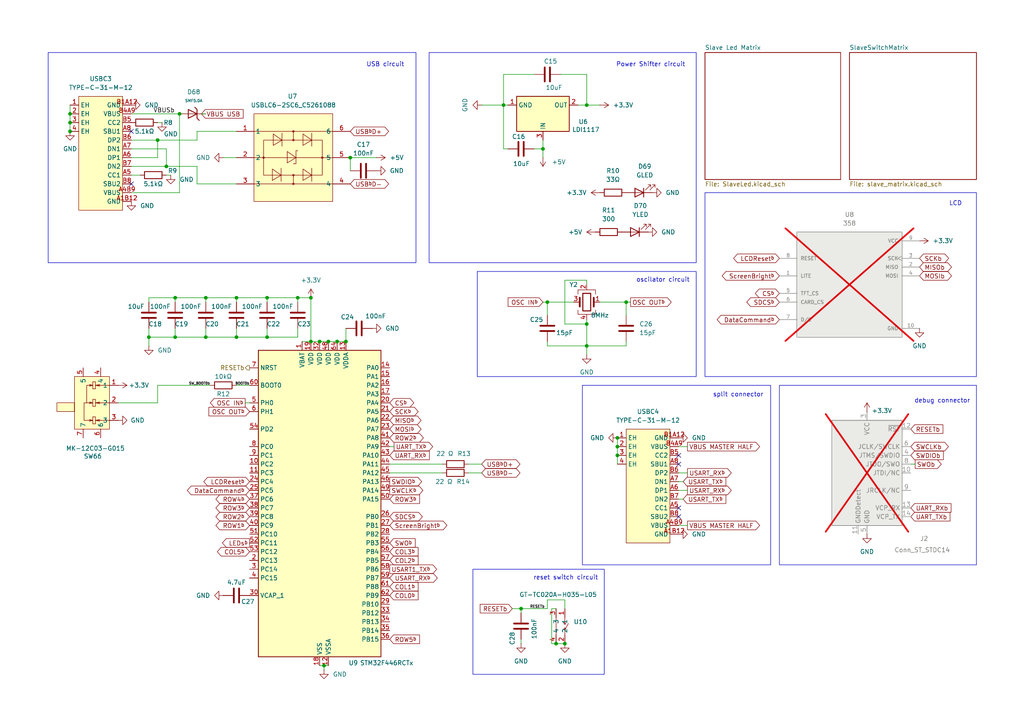
<source format=kicad_sch>
(kicad_sch (version 20250114) (generator "eeschema") (generator_version "9.0")
  (paper "A4")
  (lib_symbols
    (symbol "Connector:Conn_ST_STDC14"
      (property "Reference" "J" (at -8.89 16.51 0))
      (property "Value" "Conn_ST_STDC14" (at 17.78 16.51 0))
      (symbol "Conn_ST_STDC14_1_1"
        (pin no_connect line (at -10.16 5.08 0) (length 2.54) (hide yes) (name "NC") (number "1"))
        (pin no_connect line (at -10.16 2.54 0) (length 2.54) (hide yes) (name "NC") (number "2"))
        (pin passive line (at -2.54 -17.78 90) (length 2.54) (name "GNDDetect") (number "11"))
        (pin power_in line (at 0 17.78 270) (length 2.54) (name "VCC") (number "3"))
        (pin power_in line (at 0 -17.78 90) (length 2.54) (name "GND") (number "5"))
        (pin passive line (at 0 -17.78 90) (length 2.54) (hide yes) (name "GND") (number "7"))
        (pin open_collector line (at 12.7 12.7 180) (length 2.54) (name "~{RST}") (number "12"))
        (pin output line (at 12.7 7.62 180) (length 2.54) (name "JCLK/SWCLK") (number "6"))
        (pin bidirectional line (at 12.7 5.08 180) (length 2.54) (name "JTMS/SWDIO") (number "4"))
        (pin input line (at 12.7 2.54 180) (length 2.54) (name "JTDO/SWO") (number "8"))
        (pin output line (at 12.7 0 180) (length 2.54) (name "JTDI/NC") (number "10"))
        (pin input line (at 12.7 -5.08 180) (length 2.54) (name "JRCLK/NC") (number "9"))
        (pin output line (at 12.7 -10.16 180) (length 2.54) (name "VCP_RX") (number "13"))
        (pin input line (at 12.7 -12.7 180) (length 2.54) (name "VCP_TX") (number "14"))
      )
    )
    (symbol "Device:C" (pin_numbers (hide yes)) (pin_names (offset 0.254))
      (property "Reference" "C" (at 0.635 2.54 0))
      (property "Value" "C" (at 0.635 -2.54 0))
      (symbol "C_1_1"
        (pin passive line (at 0 3.81 270) (length 2.794) (name "~") (number "1"))
        (pin passive line (at 0 -3.81 90) (length 2.794) (name "~") (number "2"))
      )
    )
    (symbol "Device:Crystal_GND24" (pin_names (offset 1.016) (hide yes))
      (property "Reference" "Y" (at 3.175 5.08 0))
      (property "Value" "Crystal_GND24" (at 3.175 3.175 0))
      (symbol "Crystal_GND24_1_1"
        (pin passive line (at -3.81 0 0) (length 1.27) (name "1") (number "1"))
        (pin passive line (at 0 5.08 270) (length 1.27) (name "2") (number "2"))
        (pin passive line (at 0 -5.08 90) (length 1.27) (name "4") (number "4"))
        (pin passive line (at 3.81 0 180) (length 1.27) (name "3") (number "3"))
      )
    )
    (symbol "Device:LED" (pin_numbers (hide yes)) (pin_names (offset 1.016) (hide yes))
      (property "Reference" "D" (at 0 2.54 0))
      (property "Value" "LED" (at 0 -2.54 0))
      (symbol "LED_1_1"
        (pin passive line (at -3.81 0 0) (length 2.54) (name "K") (number "1"))
        (pin passive line (at 3.81 0 180) (length 2.54) (name "A") (number "2"))
      )
    )
    (symbol "Device:R" (pin_numbers (hide yes)) (pin_names (offset 0))
      (property "Reference" "R" (at 2.032 0 90))
      (property "Value" "R" (at 0 0 90))
      (symbol "R_1_1"
        (pin passive line (at 0 3.81 270) (length 1.27) (name "~") (number "1"))
        (pin passive line (at 0 -3.81 90) (length 1.27) (name "~") (number "2"))
      )
    )
    (symbol "MCU_ST_STM32F4:STM32F446RCTx"
      (property "Reference" "U" (at -17.78 46.99 0))
      (property "Value" "STM32F446RCTx" (at 10.16 46.99 0))
      (symbol "STM32F446RCTx_1_1"
        (pin input line (at -20.32 40.64 0) (length 2.54) (name "NRST") (number "7"))
        (pin input line (at -20.32 35.56 0) (length 2.54) (name "BOOT0") (number "60"))
        (pin bidirectional line (at -20.32 30.48 0) (length 2.54) (name "PH0") (number "5"))
        (pin bidirectional line (at -20.32 27.94 0) (length 2.54) (name "PH1") (number "6"))
        (pin bidirectional line (at -20.32 22.86 0) (length 2.54) (name "PD2") (number "54"))
        (pin bidirectional line (at -20.32 17.78 0) (length 2.54) (name "PC0") (number "8"))
        (pin bidirectional line (at -20.32 15.24 0) (length 2.54) (name "PC1") (number "9"))
        (pin bidirectional line (at -20.32 12.7 0) (length 2.54) (name "PC2") (number "10"))
        (pin bidirectional line (at -20.32 10.16 0) (length 2.54) (name "PC3") (number "11"))
        (pin bidirectional line (at -20.32 7.62 0) (length 2.54) (name "PC4") (number "24"))
        (pin bidirectional line (at -20.32 5.08 0) (length 2.54) (name "PC5") (number "25"))
        (pin bidirectional line (at -20.32 2.54 0) (length 2.54) (name "PC6") (number "37"))
        (pin bidirectional line (at -20.32 0 0) (length 2.54) (name "PC7") (number "38"))
        (pin bidirectional line (at -20.32 -2.54 0) (length 2.54) (name "PC8") (number "39"))
        (pin bidirectional line (at -20.32 -5.08 0) (length 2.54) (name "PC9") (number "40"))
        (pin bidirectional line (at -20.32 -7.62 0) (length 2.54) (name "PC10") (number "51"))
        (pin bidirectional line (at -20.32 -10.16 0) (length 2.54) (name "PC11") (number "52"))
        (pin bidirectional line (at -20.32 -12.7 0) (length 2.54) (name "PC12") (number "53"))
        (pin bidirectional line (at -20.32 -15.24 0) (length 2.54) (name "PC13") (number "2"))
        (pin bidirectional line (at -20.32 -17.78 0) (length 2.54) (name "PC14") (number "3"))
        (pin bidirectional line (at -20.32 -20.32 0) (length 2.54) (name "PC15") (number "4"))
        (pin power_out line (at -20.32 -25.4 0) (length 2.54) (name "VCAP_1") (number "30"))
        (pin power_in line (at -5.08 48.26 270) (length 2.54) (name "VBAT") (number "1"))
        (pin power_in line (at -2.54 48.26 270) (length 2.54) (name "VDD") (number "19"))
        (pin power_in line (at 0 48.26 270) (length 2.54) (name "VDD") (number "32"))
        (pin power_in line (at 0 -45.72 90) (length 2.54) (name "VSS") (number "18"))
        (pin passive line (at 0 -45.72 90) (length 2.54) (hide yes) (name "VSS") (number "31"))
        (pin passive line (at 0 -45.72 90) (length 2.54) (hide yes) (name "VSS") (number "47"))
        (pin passive line (at 0 -45.72 90) (length 2.54) (hide yes) (name "VSS") (number "63"))
        (pin power_in line (at 2.54 48.26 270) (length 2.54) (name "VDD") (number "48"))
        (pin power_in line (at 2.54 -45.72 90) (length 2.54) (name "VSSA") (number "12"))
        (pin power_in line (at 5.08 48.26 270) (length 2.54) (name "VDD") (number "64"))
        (pin power_in line (at 7.62 48.26 270) (length 2.54) (name "VDDA") (number "13"))
        (pin bidirectional line (at 20.32 40.64 180) (length 2.54) (name "PA0") (number "14"))
        (pin bidirectional line (at 20.32 38.1 180) (length 2.54) (name "PA1") (number "15"))
        (pin bidirectional line (at 20.32 35.56 180) (length 2.54) (name "PA2") (number "16"))
        (pin bidirectional line (at 20.32 33.02 180) (length 2.54) (name "PA3") (number "17"))
        (pin bidirectional line (at 20.32 30.48 180) (length 2.54) (name "PA4") (number "20"))
        (pin bidirectional line (at 20.32 27.94 180) (length 2.54) (name "PA5") (number "21"))
        (pin bidirectional line (at 20.32 25.4 180) (length 2.54) (name "PA6") (number "22"))
        (pin bidirectional line (at 20.32 22.86 180) (length 2.54) (name "PA7") (number "23"))
        (pin bidirectional line (at 20.32 20.32 180) (length 2.54) (name "PA8") (number "41"))
        (pin bidirectional line (at 20.32 17.78 180) (length 2.54) (name "PA9") (number "42"))
        (pin bidirectional line (at 20.32 15.24 180) (length 2.54) (name "PA10") (number "43"))
        (pin bidirectional line (at 20.32 12.7 180) (length 2.54) (name "PA11") (number "44"))
        (pin bidirectional line (at 20.32 10.16 180) (length 2.54) (name "PA12") (number "45"))
        (pin bidirectional line (at 20.32 7.62 180) (length 2.54) (name "PA13") (number "46"))
        (pin bidirectional line (at 20.32 5.08 180) (length 2.54) (name "PA14") (number "49"))
        (pin bidirectional line (at 20.32 2.54 180) (length 2.54) (name "PA15") (number "50"))
        (pin bidirectional line (at 20.32 -2.54 180) (length 2.54) (name "PB0") (number "26"))
        (pin bidirectional line (at 20.32 -5.08 180) (length 2.54) (name "PB1") (number "27"))
        (pin bidirectional line (at 20.32 -7.62 180) (length 2.54) (name "PB2") (number "28"))
        (pin bidirectional line (at 20.32 -10.16 180) (length 2.54) (name "PB3") (number "55"))
        (pin bidirectional line (at 20.32 -12.7 180) (length 2.54) (name "PB4") (number "56"))
        (pin bidirectional line (at 20.32 -15.24 180) (length 2.54) (name "PB5") (number "57"))
        (pin bidirectional line (at 20.32 -17.78 180) (length 2.54) (name "PB6") (number "58"))
        (pin bidirectional line (at 20.32 -20.32 180) (length 2.54) (name "PB7") (number "59"))
        (pin bidirectional line (at 20.32 -22.86 180) (length 2.54) (name "PB8") (number "61"))
        (pin bidirectional line (at 20.32 -25.4 180) (length 2.54) (name "PB9") (number "62"))
        (pin bidirectional line (at 20.32 -27.94 180) (length 2.54) (name "PB10") (number "29"))
        (pin bidirectional line (at 20.32 -30.48 180) (length 2.54) (name "PB12") (number "33"))
        (pin bidirectional line (at 20.32 -33.02 180) (length 2.54) (name "PB13") (number "34"))
        (pin bidirectional line (at 20.32 -35.56 180) (length 2.54) (name "PB14") (number "35"))
        (pin bidirectional line (at 20.32 -38.1 180) (length 2.54) (name "PB15") (number "36"))
      )
    )
    (symbol "PCM_JLCPCB-Diodes:TVS-Uni,SMF5.0A" (pin_numbers (hide yes)) (pin_names (offset 0))
      (property "Reference" "D" (at 2.032 0.834 0))
      (property "Value" "SMF5.0A" (at 2.032 -1.2122 0))
      (symbol "TVS-Uni,SMF5.0A_1_1"
        (pin passive line (at 0 3.81 270) (length 3.81) (name "~") (number "2"))
        (pin passive line (at 0 -3.81 90) (length 3.81) (name "~") (number "1"))
      )
    )
    (symbol "Regulator_Linear:LT1963AxST-3.3"
      (property "Reference" "U2" (at 23.876 -7.62 0))
      (property "Value" "LDI1117" (at 14.478 -9.906 0))
      (symbol "LT1963AxST-3.3_1_1"
        (pin power_in line (at -10.16 2.54 0) (length 2.54) (name "GND") (number "1"))
        (pin power_in line (at 0 -7.62 90) (length 2.54) (name "IN") (number "3"))
        (pin power_out line (at 10.16 2.54 180) (length 2.54) (name "OUT") (number "2"))
      )
    )
    (symbol "easyeda2kicad:GT-TC020A-H035-L05"
      (property "Reference" "U" (at 0 5.08 0))
      (property "Value" "GT-TC020A-H035-L05" (at 0 -7.62 0))
      (symbol "GT-TC020A-H035-L05_0_1"
        (pin unspecified line (at -5.08 0 0) (length 2.54) (name "1") (number "1"))
        (pin unspecified line (at -5.08 -2.54 0) (length 2.54) (name "3") (number "3"))
        (pin unspecified line (at 5.08 0 180) (length 2.54) (name "2") (number "2"))
        (pin unspecified line (at 5.08 -2.54 180) (length 2.54) (name "4") (number "4"))
      )
    )
    (symbol "easyeda2kicad:MK-12C03-G015"
      (property "Reference" "SW" (at 0 12.7 0))
      (property "Value" "MK-12C03-G015" (at 0 -7.62 0))
      (symbol "MK-12C03-G015_0_1"
        (pin unspecified line (at -10.16 2.54 0) (length 2.54) (name "4") (number "4"))
        (pin unspecified line (at -10.16 -2.54 0) (length 2.54) (name "5") (number "5"))
        (pin unspecified line (at -5.08 7.62 270) (length 2.54) (name "1") (number "1"))
        (pin unspecified line (at 0 7.62 270) (length 2.54) (name "2") (number "2"))
        (pin unspecified line (at 5.08 7.62 270) (length 2.54) (name "3") (number "3"))
        (pin unspecified line (at 10.16 2.54 180) (length 2.54) (name "6") (number "6"))
        (pin unspecified line (at 10.16 -2.54 180) (length 2.54) (name "7") (number "7"))
      )
    )
    (symbol "easyeda2kicad:TYPE-C-31-M-12"
      (property "Reference" "USBC" (at 0 19.05 0))
      (property "Value" "TYPE-C-31-M-12" (at 0 -19.05 0))
      (symbol "TYPE-C-31-M-12_0_1"
        (pin unspecified line (at -8.89 13.97 0) (length 2.54) (name "GND") (number "A1B12"))
        (pin unspecified line (at -8.89 11.43 0) (length 2.54) (name "VBUS") (number "A4B9"))
        (pin unspecified line (at -8.89 8.89 0) (length 2.54) (name "SBU2") (number "B8"))
        (pin unspecified line (at -8.89 6.35 0) (length 2.54) (name "CC1") (number "A5"))
        (pin unspecified line (at -8.89 3.81 0) (length 2.54) (name "DN2") (number "B7"))
        (pin unspecified line (at -8.89 1.27 0) (length 2.54) (name "DP1") (number "A6"))
        (pin unspecified line (at -8.89 -1.27 0) (length 2.54) (name "DN1") (number "A7"))
        (pin unspecified line (at -8.89 -3.81 0) (length 2.54) (name "DP2") (number "B6"))
        (pin unspecified line (at -8.89 -6.35 0) (length 2.54) (name "SBU1") (number "A8"))
        (pin unspecified line (at -8.89 -8.89 0) (length 2.54) (name "CC2") (number "B5"))
        (pin unspecified line (at -8.89 -11.43 0) (length 2.54) (name "VBUS") (number "B4A9"))
        (pin unspecified line (at -8.89 -13.97 0) (length 2.54) (name "GND") (number "B1A12"))
        (pin unspecified line (at 8.89 -6.35 180) (length 2.54) (name "EH") (number "4"))
        (pin unspecified line (at 8.89 -8.89 180) (length 2.54) (name "EH") (number "3"))
        (pin unspecified line (at 8.89 -11.43 180) (length 2.54) (name "EH") (number "2"))
        (pin unspecified line (at 8.89 -13.97 180) (length 2.54) (name "EH") (number "1"))
      )
    )
    (symbol "easyeda2kicad:USBLC6-2SC6_C5261088"
      (property "Reference" "U" (at 0 12.7 0))
      (property "Value" "USBLC6-2SC6_C5261088" (at 0 -12.7 0))
      (symbol "USBLC6-2SC6_C5261088_0_1"
        (pin input line (at -16.51 7.62 0) (length 5.08) (name "1") (number "1"))
        (pin input line (at -16.51 0 0) (length 5.08) (name "2") (number "2"))
        (pin input line (at -16.51 -7.62 0) (length 5.08) (name "3") (number "3"))
        (pin input line (at 16.51 7.62 180) (length 5.08) (name "6") (number "6"))
        (pin input line (at 16.51 0 180) (length 5.08) (name "5") (number "5"))
        (pin input line (at 16.51 -7.62 180) (length 5.08) (name "4") (number "4"))
      )
    )
    (symbol "led:358" (pin_names (offset 1.016))
      (property "Reference" "U" (at -15.24 16.002 0))
      (property "Value" "358" (at -15.24 -17.78 0))
      (symbol "358_0_0"
        (pin input line (at -20.32 7.62 0) (length 5.08) (name "RESET") (number "8"))
        (pin input line (at -20.32 2.54 0) (length 5.08) (name "LITE") (number "1"))
        (pin input line (at -20.32 -2.54 0) (length 5.08) (name "TFT_CS") (number "5"))
        (pin input line (at -20.32 -5.08 0) (length 5.08) (name "CARD_CS") (number "6"))
        (pin input line (at -20.32 -10.16 0) (length 5.08) (name "D/C") (number "7"))
        (pin power_in line (at 20.32 12.7 180) (length 5.08) (name "VCC") (number "9"))
        (pin input clock (at 20.32 7.62 180) (length 5.08) (name "SCK") (number "3"))
        (pin output line (at 20.32 5.08 180) (length 5.08) (name "MISO") (number "2"))
        (pin input line (at 20.32 2.54 180) (length 5.08) (name "MOSI") (number "4"))
        (pin power_in line (at 20.32 -12.7 180) (length 5.08) (name "GND") (number "10"))
      )
    )
    (symbol "power:+3.3V" (power) (pin_numbers (hide yes)) (pin_names (offset 0) (hide yes))
      (property "Value" "+3.3V" (at 0 3.556 0))
      (symbol "+3.3V_1_1"
        (pin power_in line (at 0 0 90) (length 0) (name "~") (number "1"))
      )
    )
    (symbol "power:+5V" (power) (pin_numbers (hide yes)) (pin_names (offset 0) (hide yes))
      (property "Value" "+5V" (at 0 3.556 0))
      (symbol "+5V_1_1"
        (pin power_in line (at 0 0 90) (length 0) (name "~") (number "1"))
      )
    )
    (symbol "power:GND" (power) (pin_numbers (hide yes)) (pin_names (offset 0) (hide yes))
      (property "Value" "GND" (at 0 -3.81 0))
      (symbol "GND_1_1"
        (pin power_in line (at 0 0 270) (length 0) (name "~") (number "1"))
      )
    )
  )
  (rectangle (start 204.47 55.88) (end 283.21 109.22))
  (rectangle (start 124.46 15.24) (end 201.93 76.2))
  (rectangle (start 168.91 111.76) (end 223.52 163.83))
  (rectangle (start 138.43 78.74) (end 201.93 109.22))
  (rectangle (start 226.06 111.76) (end 283.21 163.83))
  (rectangle (start 137.16 165.1) (end 175.26 195.58))
  (rectangle (start 13.97 15.24) (end 120.65 76.2))
  (text "reset switch circuit" (at 164.084 167.64 0) (effects (font (size 1.27 1.27))))
  (text "split connector" (at 214.122 114.554 0) (effects (font (size 1.27 1.27))))
  (text "debug connector" (at 273.304 116.332 0) (effects (font (size 1.27 1.27))))
  (text "Power Shifter circuit" (at 188.722 18.796 0) (effects (font (size 1.27 1.27))))
  (text "oscilator circuit" (at 192.278 81.28 0) (effects (font (size 1.27 1.27))))
  (text "USB circuit\n" (at 111.76 18.796 0) (effects (font (size 1.27 1.27))))
  (text_box "LCD" (at 274.32 57.15 0) (size 6.35 3.81) (margins 0.9525 0.9525 0.9525 0.9525) (stroke (width -0.0001)) (effects (font (size 1.27 1.27)) (justify left top)))
  (junction (at 161.29 186.69))
  (junction (at 179.07 132.08))
  (junction (at 52.07 33.02))
  (junction (at 59.69 86.36))
  (junction (at 68.58 86.36))
  (junction (at 101.6 45.72))
  (junction (at 68.58 97.79))
  (junction (at 97.79 99.06))
  (junction (at 20.32 38.1))
  (junction (at 92.71 99.06))
  (junction (at 20.32 35.56))
  (junction (at 157.48 43.18))
  (junction (at 170.18 100.33))
  (junction (at 48.26 48.26))
  (junction (at 90.17 99.06))
  (junction (at 170.18 93.98))
  (junction (at 179.07 129.54))
  (junction (at 50.8 86.36))
  (junction (at 90.17 86.36))
  (junction (at 146.05 30.48))
  (junction (at 77.47 86.36))
  (junction (at 95.25 99.06))
  (junction (at 100.33 99.06))
  (junction (at 43.18 97.79))
  (junction (at 163.83 186.69))
  (junction (at 181.61 87.63))
  (junction (at 158.75 87.63))
  (junction (at 45.72 40.64))
  (junction (at 59.69 97.79))
  (junction (at 93.98 193.04))
  (junction (at 20.32 33.02))
  (junction (at 86.36 86.36))
  (junction (at 77.47 97.79))
  (junction (at 50.8 97.79))
  (junction (at 151.13 176.53))
  (junction (at 170.18 30.48))
  (junction (at 179.07 127))
  (no_connect (at 38.1 53.34))
  (no_connect (at 196.85 149.86))
  (no_connect (at 38.1 38.1))
  (no_connect (at 196.85 134.62))
  (no_connect (at 196.85 132.08))
  (no_connect (at 196.85 147.32))
  (wire (pts (xy 43.18 97.79) (xy 43.18 95.25)))
  (wire (pts (xy 114.3 129.54) (xy 113.03 129.54)))
  (wire (pts (xy 38.1 55.88) (xy 52.07 55.88)))
  (wire (pts (xy 45.72 111.76) (xy 45.72 116.84)))
  (wire (pts (xy 43.18 87.63) (xy 43.18 86.36)))
  (wire (pts (xy 45.72 111.76) (xy 60.96 111.76)))
  (wire (pts (xy 148.59 176.53) (xy 151.13 176.53)))
  (wire (pts (xy 86.36 86.36) (xy 90.17 86.36)))
  (wire (pts (xy 101.6 45.72) (xy 109.22 45.72)))
  (wire (pts (xy 157.48 45.72) (xy 157.48 43.18)))
  (wire (pts (xy 57.15 38.1) (xy 68.58 38.1)))
  (wire (pts (xy 20.32 30.48) (xy 20.32 33.02)))
  (wire (pts (xy 146.05 43.18) (xy 147.32 43.18)))
  (wire (pts (xy 151.13 185.42) (xy 151.13 186.69)))
  (wire (pts (xy 68.58 45.72) (xy 64.77 45.72)))
  (wire (pts (xy 71.12 116.84) (xy 72.39 116.84)))
  (wire (pts (xy 77.47 97.79) (xy 68.58 97.79)))
  (wire (pts (xy 163.83 93.98) (xy 170.18 93.98)))
  (wire (pts (xy 38.1 48.26) (xy 48.26 48.26)))
  (wire (pts (xy 43.18 97.79) (xy 43.18 100.33)))
  (wire (pts (xy 45.72 40.64) (xy 57.15 40.64)))
  (wire (pts (xy 167.64 30.48) (xy 170.18 30.48)))
  (wire (pts (xy 179.07 129.54) (xy 179.07 132.08)))
  (wire (pts (xy 151.13 176.53) (xy 158.75 176.53)))
  (wire (pts (xy 50.8 97.79) (xy 43.18 97.79)))
  (wire (pts (xy 158.75 100.33) (xy 158.75 99.06)))
  (wire (pts (xy 38.1 45.72) (xy 45.72 45.72)))
  (wire (pts (xy 68.58 87.63) (xy 68.58 86.36)))
  (wire (pts (xy 265.43 134.62) (xy 264.16 134.62)))
  (wire (pts (xy 50.8 86.36) (xy 43.18 86.36)))
  (wire (pts (xy 128.27 134.62) (xy 113.03 134.62)))
  (wire (pts (xy 170.18 100.33) (xy 181.61 100.33)))
  (wire (pts (xy 93.98 193.04) (xy 93.98 194.31)))
  (wire (pts (xy 170.18 102.87) (xy 170.18 100.33)))
  (wire (pts (xy 198.12 139.7) (xy 196.85 139.7)))
  (wire (pts (xy 161.29 176.53) (xy 160.02 176.53)))
  (wire (pts (xy 146.05 21.59) (xy 146.05 30.48)))
  (wire (pts (xy 68.58 95.25) (xy 68.58 97.79)))
  (wire (pts (xy 72.39 111.76) (xy 68.58 111.76)))
  (wire (pts (xy 68.58 97.79) (xy 59.69 97.79)))
  (wire (pts (xy 20.32 33.02) (xy 20.32 35.56)))
  (wire (pts (xy 154.94 21.59) (xy 146.05 21.59)))
  (wire (pts (xy 160.02 186.69) (xy 161.29 186.69)))
  (wire (pts (xy 45.72 40.64) (xy 38.1 40.64)))
  (wire (pts (xy 135.89 134.62) (xy 139.7 134.62)))
  (wire (pts (xy 158.75 87.63) (xy 158.75 91.44)))
  (wire (pts (xy 157.48 43.18) (xy 157.48 40.64)))
  (wire (pts (xy 170.18 30.48) (xy 170.18 21.59)))
  (wire (pts (xy 48.26 48.26) (xy 57.15 48.26)))
  (wire (pts (xy 92.71 99.06) (xy 95.25 99.06)))
  (wire (pts (xy 170.18 81.28) (xy 170.18 82.55)))
  (wire (pts (xy 199.39 129.54) (xy 196.85 129.54)))
  (wire (pts (xy 199.39 142.24) (xy 196.85 142.24)))
  (wire (pts (xy 170.18 21.59) (xy 162.56 21.59)))
  (wire (pts (xy 77.47 95.25) (xy 77.47 97.79)))
  (wire (pts (xy 86.36 95.25) (xy 86.36 97.79)))
  (wire (pts (xy 86.36 86.36) (xy 86.36 87.63)))
  (wire (pts (xy 38.1 33.02) (xy 52.07 33.02)))
  (wire (pts (xy 182.88 87.63) (xy 181.61 87.63)))
  (wire (pts (xy 20.32 35.56) (xy 20.32 38.1)))
  (wire (pts (xy 170.18 93.98) (xy 170.18 100.33)))
  (wire (pts (xy 48.26 50.8) (xy 49.53 50.8)))
  (wire (pts (xy 163.83 173.99) (xy 163.83 176.53)))
  (wire (pts (xy 95.25 99.06) (xy 97.79 99.06)))
  (wire (pts (xy 179.07 127) (xy 179.07 129.54)))
  (wire (pts (xy 199.39 137.16) (xy 196.85 137.16)))
  (wire (pts (xy 173.99 87.63) (xy 181.61 87.63)))
  (wire (pts (xy 59.69 95.25) (xy 59.69 97.79)))
  (wire (pts (xy 77.47 86.36) (xy 68.58 86.36)))
  (wire (pts (xy 199.39 152.4) (xy 196.85 152.4)))
  (wire (pts (xy 158.75 87.63) (xy 166.37 87.63)))
  (wire (pts (xy 198.12 144.78) (xy 196.85 144.78)))
  (wire (pts (xy 59.69 86.36) (xy 50.8 86.36)))
  (wire (pts (xy 170.18 93.98) (xy 170.18 92.71)))
  (wire (pts (xy 100.33 95.25) (xy 100.33 99.06)))
  (wire (pts (xy 59.69 97.79) (xy 50.8 97.79)))
  (wire (pts (xy 86.36 97.79) (xy 77.47 97.79)))
  (wire (pts (xy 38.1 50.8) (xy 40.64 50.8)))
  (wire (pts (xy 57.15 40.64) (xy 57.15 38.1)))
  (wire (pts (xy 57.15 48.26) (xy 57.15 53.34)))
  (wire (pts (xy 93.98 193.04) (xy 95.25 193.04)))
  (wire (pts (xy 50.8 97.79) (xy 50.8 95.25)))
  (wire (pts (xy 59.69 33.02) (xy 58.42 33.02)))
  (wire (pts (xy 181.61 87.63) (xy 181.61 91.44)))
  (wire (pts (xy 48.26 43.18) (xy 48.26 48.26)))
  (wire (pts (xy 45.72 35.56) (xy 46.99 35.56)))
  (wire (pts (xy 97.79 99.06) (xy 100.33 99.06)))
  (wire (pts (xy 146.05 30.48) (xy 147.32 30.48)))
  (wire (pts (xy 179.07 132.08) (xy 179.07 134.62)))
  (wire (pts (xy 157.48 87.63) (xy 158.75 87.63)))
  (wire (pts (xy 161.29 186.69) (xy 163.83 186.69)))
  (wire (pts (xy 151.13 177.8) (xy 151.13 176.53)))
  (wire (pts (xy 87.63 99.06) (xy 90.17 99.06)))
  (wire (pts (xy 158.75 176.53) (xy 158.75 173.99)))
  (wire (pts (xy 163.83 81.28) (xy 170.18 81.28)))
  (wire (pts (xy 93.98 193.04) (xy 92.71 193.04)))
  (wire (pts (xy 158.75 173.99) (xy 163.83 173.99)))
  (wire (pts (xy 139.7 30.48) (xy 146.05 30.48)))
  (wire (pts (xy 146.05 30.48) (xy 146.05 43.18)))
  (wire (pts (xy 34.29 116.84) (xy 45.72 116.84)))
  (wire (pts (xy 52.07 55.88) (xy 52.07 33.02)))
  (wire (pts (xy 59.69 87.63) (xy 59.69 86.36)))
  (wire (pts (xy 163.83 81.28) (xy 163.83 93.98)))
  (wire (pts (xy 181.61 100.33) (xy 181.61 99.06)))
  (wire (pts (xy 50.8 87.63) (xy 50.8 86.36)))
  (wire (pts (xy 154.94 43.18) (xy 157.48 43.18)))
  (wire (pts (xy 48.26 43.18) (xy 38.1 43.18)))
  (wire (pts (xy 160.02 176.53) (xy 160.02 186.69)))
  (wire (pts (xy 90.17 99.06) (xy 92.71 99.06)))
  (wire (pts (xy 77.47 86.36) (xy 86.36 86.36)))
  (wire (pts (xy 57.15 53.34) (xy 68.58 53.34)))
  (wire (pts (xy 77.47 87.63) (xy 77.47 86.36)))
  (wire (pts (xy 68.58 86.36) (xy 59.69 86.36)))
  (wire (pts (xy 170.18 30.48) (xy 173.99 30.48)))
  (wire (pts (xy 135.89 137.16) (xy 139.7 137.16)))
  (wire (pts (xy 158.75 100.33) (xy 170.18 100.33)))
  (wire (pts (xy 113.03 137.16) (xy 128.27 137.16)))
  (wire (pts (xy 90.17 86.36) (xy 90.17 99.06)))
  (wire (pts (xy 101.6 49.53) (xy 101.6 45.72)))
  (wire (pts (xy 45.72 45.72) (xy 45.72 40.64)))
  (label "VBUSb" (at 44.45 33.02 0))
  (label "RESETb" (at 153.67 176.53 0) (effects (font (size 0.762 0.762))))
  (label "BOOT0b" (at 72.39 111.76 180) (effects (font (size 0.7 0.7))))
  (label "SW_BOOT0b" (at 60.96 111.76 180) (effects (font (size 0.7 0.7))))
  (global_label "COL5^{b}" (shape bidirectional) (at 72.39 160.02 180) (property "Intersheetrefs" "${INTERSHEET_REFS}" (effects (hide yes))))
  (global_label "SDCS^{b}" (shape bidirectional) (at 226.06 87.63 180) (property "Intersheetrefs" "${INTERSHEET_REFS}" (effects (hide yes))))
  (global_label "USART_TX^{b}" (shape input) (at 198.12 139.7 0) (property "Intersheetrefs" "${INTERSHEET_REFS}" (effects (hide yes))))
  (global_label "CS^{b}" (shape bidirectional) (at 113.03 116.84 0) (property "Intersheetrefs" "${INTERSHEET_REFS}" (effects (hide yes))))
  (global_label "CS^{b}" (shape bidirectional) (at 226.06 85.09 180) (property "Intersheetrefs" "${INTERSHEET_REFS}" (effects (hide yes))))
  (global_label "SWOb" (shape output) (at 265.43 134.62 0) (property "Intersheetrefs" "${INTERSHEET_REFS}" (effects (hide yes))))
  (global_label "USB^{b}D-" (shape bidirectional) (at 139.7 137.16 0) (property "Intersheetrefs" "${INTERSHEET_REFS}" (effects (hide yes))))
  (global_label "ScreenBright^{b}" (shape bidirectional) (at 113.03 152.4 0) (property "Intersheetrefs" "${INTERSHEET_REFS}" (effects (hide yes))))
  (global_label "VBUS MASTER HALF" (shape output) (at 199.39 129.54 0) (property "Intersheetrefs" "${INTERSHEET_REFS}" (effects (hide yes))))
  (global_label "ROW2^{b}" (shape bidirectional) (at 72.39 149.86 180) (property "Intersheetrefs" "${INTERSHEET_REFS}" (effects (hide yes))))
  (global_label "LEDs^{b}" (shape output) (at 72.39 157.48 180) (property "Intersheetrefs" "${INTERSHEET_REFS}" (effects (hide yes))))
  (global_label "RESETb" (shape input) (at 148.59 176.53 180) (property "Intersheetrefs" "${INTERSHEET_REFS}" (effects (hide yes))))
  (global_label "USART_RX^{b}" (shape bidirectional) (at 113.03 167.64 0) (property "Intersheetrefs" "${INTERSHEET_REFS}" (effects (hide yes))))
  (global_label "ROW2^{b}" (shape bidirectional) (at 113.03 127 0) (property "Intersheetrefs" "${INTERSHEET_REFS}" (effects (hide yes))))
  (global_label "USART_RX^{b}" (shape output) (at 199.39 142.24 0) (property "Intersheetrefs" "${INTERSHEET_REFS}" (effects (hide yes))))
  (global_label "OSC IN^{b}" (shape output) (at 71.12 116.84 180) (property "Intersheetrefs" "${INTERSHEET_REFS}" (effects (hide yes))))
  (global_label "LCDReset^{b}" (shape bidirectional) (at 72.39 139.7 180) (property "Intersheetrefs" "${INTERSHEET_REFS}" (effects (hide yes))))
  (global_label "LCDReset^{b}" (shape bidirectional) (at 226.06 74.93 180) (property "Intersheetrefs" "${INTERSHEET_REFS}" (effects (hide yes))))
  (global_label "OSC OUT^{b}" (shape input) (at 72.39 119.38 180) (property "Intersheetrefs" "${INTERSHEET_REFS}" (effects (hide yes))))
  (global_label "DataCommand^{b}" (shape bidirectional) (at 226.06 92.71 180) (property "Intersheetrefs" "${INTERSHEET_REFS}" (effects (hide yes))))
  (global_label "DataCommand^{b}" (shape bidirectional) (at 72.39 142.24 180) (property "Intersheetrefs" "${INTERSHEET_REFS}" (effects (hide yes))))
  (global_label "UART_RXb" (shape input) (at 264.16 147.32 0) (property "Intersheetrefs" "${INTERSHEET_REFS}" (effects (hide yes))))
  (global_label "SWCLK^{b}" (shape output) (at 113.03 142.24 0) (property "Intersheetrefs" "${INTERSHEET_REFS}" (effects (hide yes))))
  (global_label "VBUS USB" (shape input) (at 58.42 33.02 0) (property "Intersheetrefs" "${INTERSHEET_REFS}" (effects (hide yes))))
  (global_label "USART1_TX^{b}" (shape output) (at 113.03 165.1 0) (property "Intersheetrefs" "${INTERSHEET_REFS}" (effects (hide yes))))
  (global_label "OSC OUT^{b}" (shape output) (at 182.88 87.63 0) (property "Intersheetrefs" "${INTERSHEET_REFS}" (effects (hide yes))))
  (global_label "SWDIOb" (shape input) (at 264.16 132.08 0) (property "Intersheetrefs" "${INTERSHEET_REFS}" (effects (hide yes))))
  (global_label "USART_RX^{b}" (shape output) (at 199.39 137.16 0) (property "Intersheetrefs" "${INTERSHEET_REFS}" (effects (hide yes))))
  (global_label "COL1^{b}" (shape input) (at 113.03 170.18 0) (property "Intersheetrefs" "${INTERSHEET_REFS}" (effects (hide yes))))
  (global_label "SDCS^{b}" (shape bidirectional) (at 113.03 149.86 0) (property "Intersheetrefs" "${INTERSHEET_REFS}" (effects (hide yes))))
  (global_label "USB^{b}D+" (shape bidirectional) (at 101.6 38.1 0) (property "Intersheetrefs" "${INTERSHEET_REFS}" (effects (hide yes))))
  (global_label "SWCLKb" (shape bidirectional) (at 264.16 129.54 0) (property "Intersheetrefs" "${INTERSHEET_REFS}" (effects (hide yes))))
  (global_label "OSC IN^{b}" (shape input) (at 157.48 87.63 180) (property "Intersheetrefs" "${INTERSHEET_REFS}" (effects (hide yes))))
  (global_label "ROW1^{b}" (shape bidirectional) (at 72.39 152.4 180) (property "Intersheetrefs" "${INTERSHEET_REFS}" (effects (hide yes))))
  (global_label "SWO^{b}" (shape input) (at 113.03 157.48 0) (property "Intersheetrefs" "${INTERSHEET_REFS}" (effects (hide yes))))
  (global_label "ROW5^{b}" (shape input) (at 113.03 185.42 0) (property "Intersheetrefs" "${INTERSHEET_REFS}" (effects (hide yes))))
  (global_label "COL2^{b}" (shape input) (at 113.03 162.56 0) (property "Intersheetrefs" "${INTERSHEET_REFS}" (effects (hide yes))))
  (global_label "ROW4^{b}" (shape bidirectional) (at 72.39 144.78 180) (property "Intersheetrefs" "${INTERSHEET_REFS}" (effects (hide yes))))
  (global_label "USART_TX^{b}" (shape input) (at 198.12 144.78 0) (property "Intersheetrefs" "${INTERSHEET_REFS}" (effects (hide yes))))
  (global_label "MOSI^{b}" (shape bidirectional) (at 113.03 124.46 0) (property "Intersheetrefs" "${INTERSHEET_REFS}" (effects (hide yes))))
  (global_label "USB^{b}D+" (shape bidirectional) (at 139.7 134.62 0) (property "Intersheetrefs" "${INTERSHEET_REFS}" (effects (hide yes))))
  (global_label "MISO^{b}" (shape bidirectional) (at 113.03 121.92 0) (property "Intersheetrefs" "${INTERSHEET_REFS}" (effects (hide yes))))
  (global_label "UART_TXb" (shape input) (at 264.16 149.86 0) (property "Intersheetrefs" "${INTERSHEET_REFS}" (effects (hide yes))))
  (global_label "ScreenBright^{b}" (shape bidirectional) (at 226.06 80.01 180) (property "Intersheetrefs" "${INTERSHEET_REFS}" (effects (hide yes))))
  (global_label "RESETb" (shape input) (at 264.16 124.46 0) (property "Intersheetrefs" "${INTERSHEET_REFS}" (effects (hide yes))))
  (global_label "SCK^{b}" (shape bidirectional) (at 113.03 119.38 0) (property "Intersheetrefs" "${INTERSHEET_REFS}" (effects (hide yes))))
  (global_label "SWDIO^{b}" (shape output) (at 113.03 139.7 0) (property "Intersheetrefs" "${INTERSHEET_REFS}" (effects (hide yes))))
  (global_label "COL0^{b}" (shape input) (at 113.03 172.72 0) (property "Intersheetrefs" "${INTERSHEET_REFS}" (effects (hide yes))))
  (global_label "MISOb" (shape bidirectional) (at 266.7 77.47 0) (property "Intersheetrefs" "${INTERSHEET_REFS}" (effects (hide yes))))
  (global_label "COL3^{b}" (shape input) (at 113.03 160.02 0) (property "Intersheetrefs" "${INTERSHEET_REFS}" (effects (hide yes))))
  (global_label "USB^{b}D-" (shape bidirectional) (at 101.6 53.34 0) (property "Intersheetrefs" "${INTERSHEET_REFS}" (effects (hide yes))))
  (global_label "MOSIb" (shape bidirectional) (at 266.7 80.01 0) (property "Intersheetrefs" "${INTERSHEET_REFS}" (effects (hide yes))))
  (global_label "UART_RX^{b}" (shape input) (at 113.03 132.08 0) (property "Intersheetrefs" "${INTERSHEET_REFS}" (effects (hide yes))))
  (global_label "ROW3^{b}" (shape bidirectional) (at 72.39 147.32 180) (property "Intersheetrefs" "${INTERSHEET_REFS}" (effects (hide yes))))
  (global_label "UART_TX^{b}" (shape output) (at 114.3 129.54 0) (property "Intersheetrefs" "${INTERSHEET_REFS}" (effects (hide yes))))
  (global_label "SCKb" (shape bidirectional) (at 266.7 74.93 0) (property "Intersheetrefs" "${INTERSHEET_REFS}" (effects (hide yes))))
  (global_label "ROW3^{b}" (shape input) (at 113.03 144.78 0) (property "Intersheetrefs" "${INTERSHEET_REFS}" (effects (hide yes))))
  (global_label "VBUS MASTER HALF" (shape output) (at 199.39 152.4 0) (property "Intersheetrefs" "${INTERSHEET_REFS}" (effects (hide yes))))
  (hierarchical_label "RESETb" (shape output) (at 72.39 106.68 180))
  (symbol (lib_id "power:GND") (at 266.7 95.25 0) (unit 1)
    (property "Reference" "#PWR054" (effects (hide yes)))
    (property "Value" "GND" (at 266.7 100.33 0))
    (property "Description" "Power symbol creates a global label with name \"GND\" , ground" (effects (hide yes)))
  )
  (symbol (lib_id "power:GND") (at 251.46 154.94 0) (unit 1)
    (property "Reference" "#PWR063" (effects (hide yes)))
    (property "Value" "GND" (at 251.46 160.02 0))
    (property "Description" "Power symbol creates a global label with name \"GND\" , ground" (effects (hide yes)))
  )
  (symbol (lib_id "power:GND") (at 179.07 127 270) (unit 1)
    (property "Reference" "#PWR060" (effects (hide yes)))
    (property "Value" "GND" (at 175.26 126.9999 90) (effects (justify right)))
    (property "Description" "Power symbol creates a global label with name \"GND\" , ground" (effects (hide yes)))
  )
  (symbol (lib_id "power:GND") (at 38.1 30.48 90) (unit 1)
    (property "Reference" "#PWR036" (effects (hide yes)))
    (property "Value" "GND" (at 41.91 30.4799 90) (effects (justify right)))
    (property "Description" "Power symbol creates a global label with name \"GND\" , ground" (effects (hide yes)))
  )
  (symbol (lib_id "Device:C") (at 151.13 43.18 90) (unit 1)
    (property "Reference" "C16" (at 152.4 39.624 90) (effects (justify left)))
    (property "Value" "10uF" (at 153.67 47.498 90) (effects (justify left)))
    (property "Footprint" "Capacitor_SMD:C_1206_3216Metric" (effects (hide yes)))
    (property "Description" "Unpolarized capacitor" (effects (hide yes)))
    (property "LCSC" "C13585" (effects (hide yes)))
    (property "LCSC Part" "C13585" (effects (hide yes)))
  )
  (symbol (lib_id "Device:R") (at 176.53 67.31 270) (unit 1)
    (property "Reference" "R11" (at 176.53 60.96 90))
    (property "Value" "300" (at 176.53 63.5 90))
    (property "Footprint" "Resistor_SMD:R_0603_1608Metric" (effects (hide yes)))
    (property "Description" "Resistor" (effects (hide yes)))
    (property "LCSC" "C2907148" (effects (hide yes)))
  )
  (symbol (lib_id "power:GND") (at 196.85 154.94 90) (unit 1)
    (property "Reference" "#PWR062" (effects (hide yes)))
    (property "Value" "GND" (at 200.66 154.9399 90) (effects (justify right)))
    (property "Description" "Power symbol creates a global label with name \"GND\" , ground" (effects (hide yes)))
  )
  (symbol (lib_id "Device:R") (at 132.08 134.62 90) (unit 1)
    (property "Reference" "R13" (at 134.62 131.572 90))
    (property "Value" "22 Ω" (at 129.032 131.572 90))
    (property "Footprint" "Resistor_SMD:R_0402_1005Metric" (effects (hide yes)))
    (property "Description" "Resistor" (effects (hide yes)))
    (property "LCSC" "C2906914" (effects (hide yes)))
  )
  (symbol (lib_id "Connector:Conn_ST_STDC14") (at 251.46 137.16 0) (unit 1) (dnp yes)
    (property "Reference" "J2" (at 269.24 156.21 0) (effects (justify right)))
    (property "Value" "Conn_ST_STDC14" (at 275.59 159.512 0) (effects (justify right)))
    (property "Footprint" "Connector_PinHeader_1.27mm:PinHeader_2x07_P1.27mm_Horizontal" (effects (hide yes)))
    (property "Datasheet" "https://www.st.com/content/ccc/resource/technical/document/user_manual/group1/99/49/91/b6/b2/3a/46/e5/DM00526767/files/DM00526767.pdf/jcr:content/translations/en.DM00526767.pdf" (effects (hide yes)))
    (property "Description" "ST Debug Connector, standard ARM Cortex-M SWD and JTAG interface plus UART" (effects (hide yes)))
  )
  (symbol (lib_id "power:+3.3V") (at 266.7 69.85 270) (unit 1)
    (property "Reference" "#PWR051" (effects (hide yes)))
    (property "Value" "+3.3V" (at 270.51 69.8499 90) (effects (justify left)))
    (property "Description" "Power symbol creates a global label with name \"+3.3V\"" (effects (hide yes)))
  )
  (symbol (lib_id "power:+3.3V") (at 173.99 30.48 270) (unit 1)
    (property "Reference" "#PWR038" (effects (hide yes)))
    (property "Value" "+3.3V" (at 177.8 30.4799 90) (effects (justify left)))
    (property "Description" "Power symbol creates a global label with name \"+3.3V\"" (effects (hide yes)))
  )
  (symbol (lib_id "easyeda2kicad:TYPE-C-31-M-12") (at 29.21 44.45 180) (unit 1)
    (property "Reference" "USBC3" (at 29.21 22.86 0))
    (property "Value" "TYPE-C-31-M-12" (at 29.21 25.4 0))
    (property "Footprint" "easyeda2kicad:USB-C_SMD-TYPE-C-31-M-12_1" (effects (hide yes)))
    (property "Datasheet" "https://lcsc.com/product-detail/USB-Type-C_Korean-Hroparts-Elec-TYPE-C-31-M-12_C165948.html" (effects (hide yes)))
    (property "LCSC Part" "C165948" (effects (hide yes)))
    (property "LCSC" "C165948" (effects (hide yes)))
  )
  (symbol (lib_id "easyeda2kicad:GT-TC020A-H035-L05") (at 163.83 181.61 270) (unit 1)
    (property "Reference" "U10" (at 166.37 180.3399 90) (effects (justify left)))
    (property "Value" "GT-TC020A-H035-L05" (at 150.622 172.466 90) (effects (justify left)))
    (property "Footprint" "easyeda2kicad:SW-SMD_GT-TC020B-H035-L05" (effects (hide yes)))
    (property "LCSC Part" "C17179533" (effects (hide yes)))
  )
  (symbol (lib_id "power:GND") (at 163.83 186.69 0) (unit 1)
    (property "Reference" "#PWR066" (effects (hide yes)))
    (property "Value" "GND" (at 163.83 191.77 0))
    (property "Description" "Power symbol creates a global label with name \"GND\" , ground" (effects (hide yes)))
  )
  (symbol (lib_id "Device:R") (at 64.77 111.76 270) (unit 1)
    (property "Reference" "R12" (at 64.77 114.3 90))
    (property "Value" "10kΩ" (at 64.77 109.22 90))
    (property "Footprint" "Resistor_SMD:R_0805_2012Metric" (effects (hide yes)))
    (property "LCSC" "C84376" (effects (hide yes)))
    (property "LCSC Part" "C84376" (effects (hide yes)))
  )
  (symbol (lib_id "power:GND") (at 43.18 100.33 0) (unit 1)
    (property "Reference" "#PWR055" (effects (hide yes)))
    (property "Value" "GND" (at 45.72 101.5999 0) (effects (justify left)))
    (property "Description" "Power symbol creates a global label with name \"GND\" , ground" (effects (hide yes)))
  )
  (symbol (lib_id "easyeda2kicad:USBLC6-2SC6_C5261088") (at 85.09 45.72 0) (unit 1)
    (property "Reference" "U7" (at 84.836 27.94 0))
    (property "Value" "USBLC6-2SC6_C5261088" (at 85.09 30.48 0))
    (property "Footprint" "easyeda2kicad:SOT-23-6_L2.9-W1.6-P0.95-LS2.8-BR" (effects (hide yes)))
    (property "LCSC Part" "C5261088" (effects (hide yes)))
    (property "LCSC" "C5261088" (effects (hide yes)))
  )
  (symbol (lib_id "Device:C") (at 50.8 91.44 180) (unit 1)
    (property "Reference" "C19" (at 54.61 93.98 0) (effects (justify left)))
    (property "Value" "100nF" (at 49.53 88.9 0) (effects (justify left)))
    (property "Footprint" "Capacitor_SMD:C_0805_2012Metric" (effects (hide yes)))
    (property "LCSC" "C48579599" (effects (hide yes)))
    (property "LCSC Part" "C48579599" (effects (hide yes)))
  )
  (symbol (lib_id "power:GND") (at 109.22 49.53 90) (unit 1)
    (property "Reference" "#PWR044" (effects (hide yes)))
    (property "Value" "GND" (at 113.03 49.5299 90) (effects (justify right)))
    (property "Description" "Power symbol creates a global label with name \"GND\" , ground" (effects (hide yes)))
  )
  (symbol (lib_id "power:GND") (at 34.29 121.92 90) (unit 1)
    (property "Reference" "#PWR059" (effects (hide yes)))
    (property "Value" "GND" (at 37.846 121.92 90) (effects (justify right)))
    (property "Description" "Power symbol creates a global label with name \"GND\" , ground" (effects (hide yes)))
  )
  (symbol (lib_id "Device:R") (at 41.91 35.56 270) (unit 1)
    (property "Reference" "R8" (at 48.768 35.56 90))
    (property "Value" "5.1kΩ" (at 41.91 38.1 90))
    (property "Footprint" "Resistor_SMD:R_0603_1608Metric" (effects (hide yes)))
    (property "LCSC" "C2907114" (effects (hide yes)))
    (property "LCSC Part" "C2907114" (effects (hide yes)))
  )
  (symbol (lib_id "PCM_JLCPCB-Diodes:TVS-Uni,SMF5.0A") (at 55.88 33.02 90) (unit 1)
    (property "Reference" "D68" (at 56.1975 26.67 90))
    (property "Value" "SMF5.0A" (at 56.1975 29.21 90) (effects (font (size 0.8 0.8))))
    (property "Footprint" "PCM_JLCPCB:D_SOD-123FL" (effects (hide yes)))
    (property "Datasheet" "https://wmsc.lcsc.com/wmsc/upload/file/pdf/v2/lcsc/2312041000_hongjiacheng-SMF5-0A_C19077497.pdf" (effects (hide yes)))
    (property "Description" "27.4A 7.3V 200W 6.4V Unidirectional 5V SOD-123FL ESD and Surge Protection (TVS/ESD) ROHS" (effects (hide yes)))
    (property "LCSC" "C19077497" (effects (hide yes)))
    (property "Stock" "158412" (effects (hide yes)))
    (property "Price" "0.028USD" (effects (hide yes)))
    (property "Process" "SMT" (effects (hide yes)))
    (property "Minimum Qty" "15" (effects (hide yes)))
    (property "Attrition Qty" "4" (effects (hide yes)))
    (property "Class" "Preferred Component" (effects (hide yes)))
    (property "Category" "Circuit Protection,ESD And Surge Protection (TVS/ESD)" (effects (hide yes)))
    (property "Manufacturer" "hongjiacheng" (effects (hide yes)))
    (property "Part" "SMF5.0A" (effects (hide yes)))
    (property "LCSC Part" "C19077497" (effects (hide yes)))
  )
  (symbol (lib_id "easyeda2kicad:MK-12C03-G015") (at 26.67 116.84 270) (unit 1)
    (property "Reference" "SW66" (at 26.924 132.334 90))
    (property "Value" "MK-12C03-G015" (at 27.686 130.048 90))
    (property "Footprint" "easyeda2kicad:SW-SMD_MK-12C03-G015" (effects (hide yes)))
    (property "LCSC Part" "C2890358" (effects (hide yes)))
    (property "LCSC" "C2890358" (effects (hide yes)))
  )
  (symbol (lib_id "Device:R") (at 177.8 55.88 270) (unit 1)
    (property "Reference" "R10" (at 177.8 49.53 90))
    (property "Value" "33Ω" (at 177.8 52.07 90))
    (property "Footprint" "Resistor_SMD:R_0603_1608Metric" (effects (hide yes)))
    (property "Datasheet" "https://www.lcsc.com/datasheet/C108661.pdf" (effects (hide yes)))
    (property "Description" "Resistor" (effects (hide yes)))
    (property "LCSC" "C108661" (effects (hide yes)))
  )
  (symbol (lib_id "power:GND") (at 49.53 50.8 0) (unit 1)
    (property "Reference" "#PWR045" (effects (hide yes)))
    (property "Value" "GND" (at 52.07 52.0699 0) (effects (justify left)))
    (property "Description" "Power symbol creates a global label with name \"GND\" , ground" (effects (hide yes)))
  )
  (symbol (lib_id "Device:C") (at 104.14 95.25 270) (unit 1)
    (property "Reference" "C24" (at 98.806 91.948 90) (effects (justify left)))
    (property "Value" "100nF" (at 105.918 91.694 90) (effects (justify left)))
    (property "Footprint" "Capacitor_SMD:C_0805_2012Metric" (effects (hide yes)))
    (property "LCSC" "C48579599" (effects (hide yes)))
    (property "LCSC Part" "C48579599" (effects (hide yes)))
  )
  (symbol (lib_id "easyeda2kicad:TYPE-C-31-M-12") (at 187.96 140.97 180) (unit 1)
    (property "Reference" "USBC4" (at 187.96 119.38 0))
    (property "Value" "TYPE-C-31-M-12" (at 187.96 121.92 0))
    (property "Footprint" "easyeda2kicad:USB-C_SMD-TYPE-C-31-M-12_1" (effects (hide yes)))
    (property "Datasheet" "https://lcsc.com/product-detail/USB-Type-C_Korean-Hroparts-Elec-TYPE-C-31-M-12_C165948.html" (effects (hide yes)))
    (property "LCSC Part" "C165948" (effects (hide yes)))
    (property "LCSC" "C165948" (effects (hide yes)))
  )
  (symbol (lib_id "Device:R") (at 44.45 50.8 270) (unit 1)
    (property "Reference" "R9" (at 50.038 49.53 90))
    (property "Value" "5.1kΩ" (at 44.45 53.34 90))
    (property "Footprint" "Resistor_SMD:R_0603_1608Metric" (effects (hide yes)))
    (property "LCSC" "C2907114" (effects (hide yes)))
    (property "LCSC Part" "C2907114" (effects (hide yes)))
  )
  (symbol (lib_id "Device:C") (at 77.47 91.44 180) (unit 1)
    (property "Reference" "C22" (at 81.28 93.98 0) (effects (justify left)))
    (property "Value" "100nF" (at 76.2 88.9 0) (effects (justify left)))
    (property "Footprint" "Capacitor_SMD:C_0805_2012Metric" (effects (hide yes)))
    (property "LCSC" "C48579599" (effects (hide yes)))
    (property "LCSC Part" "C48579599" (effects (hide yes)))
  )
  (symbol (lib_id "led:358") (at 246.38 82.55 0) (unit 1) (dnp yes)
    (property "Reference" "U8" (at 246.38 62.23 0))
    (property "Value" "358" (at 246.38 64.77 0))
    (property "Footprint" "LCD:MODULE_358" (effects (hide yes)))
    (property "PARTREV" "2021-12-09" (effects (hide yes)))
    (property "MANUFACTURER" "Adafruit Industries" (effects (hide yes)))
    (property "STANDARD" "Manufacturer Recommendations" (effects (hide yes)))
  )
  (symbol (lib_id "power:+5V") (at 109.22 45.72 270) (unit 1)
    (property "Reference" "#PWR042" (effects (hide yes)))
    (property "Value" "+5V" (at 113.03 45.7199 90) (effects (justify left)))
    (property "Description" "Power symbol creates a global label with name \"+5V\"" (effects (hide yes)))
  )
  (symbol (lib_id "Device:C") (at 68.58 172.72 90) (unit 1)
    (property "Reference" "C27" (at 71.882 174.498 90))
    (property "Value" "4.7uF" (at 68.58 168.91 90))
    (property "Footprint" "Capacitor_SMD:C_0603_1608Metric" (effects (hide yes)))
    (property "Description" "Unpolarized capacitor" (effects (hide yes)))
    (property "LCSC" "C1705" (effects (hide yes)))
    (property "LCSC Part" "C1705" (effects (hide yes)))
  )
  (symbol (lib_id "power:GND") (at 196.85 127 90) (unit 1)
    (property "Reference" "#PWR061" (effects (hide yes)))
    (property "Value" "GND" (at 200.66 126.9999 90) (effects (justify right)))
    (property "Description" "Power symbol creates a global label with name \"GND\" , ground" (effects (hide yes)))
  )
  (symbol (lib_id "Device:LED") (at 184.15 67.31 180) (unit 1)
    (property "Reference" "D70" (at 185.7375 59.69 0))
    (property "Value" "YLED" (at 185.7375 62.23 0))
    (property "Footprint" "easyeda2kicad:LED0805-R-RD" (effects (hide yes)))
    (property "Datasheet" "https://www.lcsc.com/datasheet/C84261.pdf" (effects (hide yes)))
    (property "Description" "Light emitting diode" (effects (hide yes)))
    (property "Sim.Pins" "1=K 2=A" (effects (hide yes)))
    (property "LCSC" "C84261" (effects (hide yes)))
  )
  (symbol (lib_id "power:GND") (at 189.23 55.88 90) (unit 1)
    (property "Reference" "#PWR047" (effects (hide yes)))
    (property "Value" "GND" (at 193.04 55.8799 90) (effects (justify right)))
    (property "Description" "Power symbol creates a global label with name \"GND\" , ground" (effects (hide yes)))
  )
  (symbol (lib_id "power:GND") (at 64.77 45.72 270) (unit 1)
    (property "Reference" "#PWR041" (effects (hide yes)))
    (property "Value" "GND" (at 60.96 45.7199 90) (effects (justify right)))
    (property "Description" "Power symbol creates a global label with name \"GND\" , ground" (effects (hide yes)))
  )
  (symbol (lib_id "power:+3.3V") (at 173.99 55.88 90) (unit 1)
    (property "Reference" "#PWR046" (effects (hide yes)))
    (property "Value" "+3.3V" (at 170.18 55.8799 90) (effects (justify left)))
    (property "Description" "Power symbol creates a global label with name \"+3.3V\"" (effects (hide yes)))
  )
  (symbol (lib_id "Device:C") (at 181.61 95.25 0) (unit 1)
    (property "Reference" "C26" (at 185.42 93.9799 0) (effects (justify left)))
    (property "Value" "15pF" (at 185.42 96.5199 0) (effects (justify left)))
    (property "Footprint" "Capacitor_SMD:C_0402_1005Metric" (effects (hide yes)))
    (property "LCSC" "C441742" (effects (hide yes)))
    (property "LCSC Part" "C441742" (effects (hide yes)))
  )
  (symbol (lib_id "power:GND") (at 20.32 38.1 0) (unit 1)
    (property "Reference" "#PWR040" (effects (hide yes)))
    (property "Value" "GND" (at 20.32 43.18 0))
    (property "Description" "Power symbol creates a global label with name \"GND\" , ground" (effects (hide yes)))
  )
  (symbol (lib_id "Device:C") (at 59.69 91.44 180) (unit 1)
    (property "Reference" "C20" (at 63.5 93.98 0) (effects (justify left)))
    (property "Value" "100nF" (at 58.42 88.9 0) (effects (justify left)))
    (property "Footprint" "Capacitor_SMD:C_0805_2012Metric" (effects (hide yes)))
    (property "LCSC" "C48579599" (effects (hide yes)))
    (property "LCSC Part" "C48579599" (effects (hide yes)))
  )
  (symbol (lib_id "Device:C") (at 43.18 91.44 180) (unit 1)
    (property "Reference" "C18" (at 46.99 93.98 0) (effects (justify left)))
    (property "Value" "10uF" (at 41.91 88.9 0) (effects (justify left)))
    (property "Footprint" "Capacitor_SMD:C_1206_3216Metric" (effects (hide yes)))
    (property "LCSC" "C13585" (effects (hide yes)))
    (property "LCSC Part" "C13585" (effects (hide yes)))
  )
  (symbol (lib_id "Regulator_Linear:LT1963AxST-3.3") (at 157.48 33.02 0) (unit 1)
    (property "Reference" "U6" (at 169.164 35.306 0))
    (property "Value" "LDI1117" (at 169.926 37.592 0))
    (property "Footprint" "Package_TO_SOT_SMD:SOT-223-3_TabPin2" (effects (hide yes)))
    (property "Datasheet" "https://www.lcsc.com/datasheet/C6186.pdf" (effects (hide yes)))
    (property "Description" "Advanced Monolithic Systems AMS1117-3.3" (effects (hide yes)))
    (property "LCSC" "C6186" (effects (hide yes)))
    (property "LCSC Part" "C6186" (effects (hide yes)))
  )
  (symbol (lib_id "Device:C") (at 151.13 181.61 180) (unit 1)
    (property "Reference" "C28" (at 148.59 185.166 90))
    (property "Value" "100nF" (at 154.94 182.372 90))
    (property "Footprint" "Capacitor_SMD:C_0805_2012Metric" (effects (hide yes)))
    (property "LCSC" "C48579599" (effects (hide yes)))
    (property "LCSC Part" "C48579599" (effects (hide yes)))
  )
  (symbol (lib_id "Device:C") (at 105.41 49.53 90) (unit 1)
    (property "Reference" "C17" (at 105.41 41.91 90))
    (property "Value" "100nF" (at 105.41 44.45 90))
    (property "Footprint" "Capacitor_SMD:C_0805_2012Metric" (effects (hide yes)))
    (property "Description" "Unpolarized capacitor" (effects (hide yes)))
    (property "LCSC" "C48579599" (effects (hide yes)))
    (property "LCSC Part" "C48579599" (effects (hide yes)))
  )
  (symbol (lib_id "Device:C") (at 158.75 21.59 270) (unit 1)
    (property "Reference" "C15" (at 157.734 17.78 90) (effects (justify left)))
    (property "Value" "10uF" (at 158.242 25.4 90) (effects (justify left)))
    (property "Footprint" "Capacitor_SMD:C_1206_3216Metric" (effects (hide yes)))
    (property "Description" "Unpolarized capacitor" (effects (hide yes)))
    (property "LCSC" "C13585" (effects (hide yes)))
    (property "LCSC Part" "C13585" (effects (hide yes)))
  )
  (symbol (lib_id "power:GND") (at 187.96 67.31 90) (unit 1)
    (property "Reference" "#PWR050" (effects (hide yes)))
    (property "Value" "GND" (at 191.77 67.3099 90) (effects (justify right)))
    (property "Description" "Power symbol creates a global label with name \"GND\" , ground" (effects (hide yes)))
  )
  (symbol (lib_id "Device:C") (at 158.75 95.25 0) (unit 1)
    (property "Reference" "C25" (at 153.67 92.71 0) (effects (justify left)))
    (property "Value" "15pF" (at 161.29 96.52 0) (effects (justify left)))
    (property "Footprint" "Capacitor_SMD:C_0402_1005Metric" (effects (hide yes)))
    (property "LCSC" "C441742" (effects (hide yes)))
    (property "LCSC Part" "C441742" (effects (hide yes)))
  )
  (symbol (lib_id "Device:Crystal_GND24") (at 170.18 87.63 0) (mirror y) (unit 1)
    (property "Reference" "Y2" (at 166.37 82.55 0))
    (property "Value" "8MHz" (at 173.99 91.44 0))
    (property "Footprint" "Crystal:Crystal_SMD_Abracon_ABM3B-4Pin_5.0x3.2mm" (effects (hide yes)))
    (property "LCSC" "C1985378" (effects (hide yes)))
    (property "LCSC Part" "C1985378" (effects (hide yes)))
  )
  (symbol (lib_id "Device:R") (at 132.08 137.16 90) (unit 1)
    (property "Reference" "R14" (at 134.366 139.7 90))
    (property "Value" "22 Ω" (at 128.778 139.7 90))
    (property "Footprint" "Resistor_SMD:R_0402_1005Metric" (effects (hide yes)))
    (property "Description" "Resistor" (effects (hide yes)))
    (property "LCSC" "C2906914" (effects (hide yes)))
  )
  (symbol (lib_id "power:GND") (at 170.18 102.87 0) (unit 1)
    (property "Reference" "#PWR056" (effects (hide yes)))
    (property "Value" "GND" (at 170.18 107.95 0))
    (property "Description" "Power symbol creates a global label with name \"GND\" , ground" (effects (hide yes)))
  )
  (symbol (lib_id "power:GND") (at 151.13 186.69 0) (unit 1)
    (property "Reference" "#PWR065" (effects (hide yes)))
    (property "Value" "GND" (at 151.13 191.77 0))
    (property "Description" "Power symbol creates a global label with name \"GND\" , ground" (effects (hide yes)))
  )
  (symbol (lib_id "Device:LED") (at 185.42 55.88 180) (unit 1)
    (property "Reference" "D69" (at 187.0075 48.26 0))
    (property "Value" "GLED" (at 187.0075 50.8 0))
    (property "Footprint" "easyeda2kicad:LED0805-R-RD" (effects (hide yes)))
    (property "Datasheet" "https://www.lcsc.com/datasheet/C84260.pdf" (effects (hide yes)))
    (property "Description" "Light emitting diode" (effects (hide yes)))
    (property "Sim.Pins" "1=K 2=A" (effects (hide yes)))
    (property "LCSC" "C84260" (effects (hide yes)))
  )
  (symbol (lib_id "Device:C") (at 68.58 91.44 180) (unit 1)
    (property "Reference" "C21" (at 72.39 93.98 0) (effects (justify left)))
    (property "Value" "100nF" (at 67.31 88.9 0) (effects (justify left)))
    (property "Footprint" "Capacitor_SMD:C_0805_2012Metric" (effects (hide yes)))
    (property "LCSC" "C48579599" (effects (hide yes)))
    (property "LCSC Part" "C48579599" (effects (hide yes)))
  )
  (symbol (lib_id "MCU_ST_STM32F4:STM32F446RCTx") (at 92.71 147.32 0) (unit 1)
    (property "Reference" "U9" (at 101.092 192.278 0) (effects (justify left)))
    (property "Value" "STM32F446RCTx" (at 104.394 192.278 0) (effects (justify left)))
    (property "Footprint" "Package_QFP:LQFP-64_10x10mm_P0.5mm" (effects (hide yes)))
    (property "Datasheet" "https://www.st.com/resource/en/datasheet/stm32f446rc.pdf" (effects (hide yes)))
    (property "Description" "STMicroelectronics Arm Cortex-M4 MCU, 256KB flash, 128KB RAM, 180 MHz, 1.8-3.6V, 50 GPIO, LQFP64" (effects (hide yes)))
    (property "LCSC" "C915971" (effects (hide yes)))
    (property "LCSC Part" "C915971" (effects (hide yes)))
  )
  (symbol (lib_id "power:GND") (at 107.95 95.25 90) (unit 1)
    (property "Reference" "#PWR053" (effects (hide yes)))
    (property "Value" "GND" (at 111.76 95.2499 90) (effects (justify right)))
    (property "Description" "Power symbol creates a global label with name \"GND\" , ground" (effects (hide yes)))
  )
  (symbol (lib_id "power:GND") (at 64.77 172.72 270) (unit 1)
    (property "Reference" "#PWR064" (effects (hide yes)))
    (property "Value" "GND" (at 60.96 172.7199 90) (effects (justify right)))
    (property "Description" "Power symbol creates a global label with name \"GND\" , ground" (effects (hide yes)))
  )
  (symbol (lib_id "power:GND") (at 38.1 58.42 0) (unit 1)
    (property "Reference" "#PWR048" (effects (hide yes)))
    (property "Value" "GND" (at 40.64 59.6899 0) (effects (justify left)))
    (property "Description" "Power symbol creates a global label with name \"GND\" , ground" (effects (hide yes)))
  )
  (symbol (lib_id "Device:C") (at 86.36 91.44 180) (unit 1)
    (property "Reference" "C23" (at 90.17 93.98 0) (effects (justify left)))
    (property "Value" "100nF" (at 85.09 88.9 0) (effects (justify left)))
    (property "Footprint" "Capacitor_SMD:C_0805_2012Metric" (effects (hide yes)))
    (property "LCSC" "C48579599" (effects (hide yes)))
    (property "LCSC Part" "C48579599" (effects (hide yes)))
  )
  (symbol (lib_id "power:+3.3V") (at 90.17 86.36 0) (unit 1)
    (property "Reference" "#PWR052" (effects (hide yes)))
    (property "Value" "+3.3V" (at 90.17 81.28 0))
    (property "Description" "Power symbol creates a global label with name \"+3.3V\"" (effects (hide yes)))
  )
  (symbol (lib_id "power:+3.3V") (at 251.46 119.38 0) (unit 1)
    (property "Reference" "#PWR058" (effects (hide yes)))
    (property "Value" "+3.3V" (at 255.778 119.126 0))
    (property "Description" "Power symbol creates a global label with name \"+3.3V\"" (effects (hide yes)))
  )
  (symbol (lib_id "power:GND") (at 93.98 194.31 0) (unit 1)
    (property "Reference" "#PWR067" (effects (hide yes)))
    (property "Value" "GND" (at 96.52 195.5799 0) (effects (justify left)))
    (property "Description" "Power symbol creates a global label with name \"GND\" , ground" (effects (hide yes)))
  )
  (symbol (lib_id "power:+3.3V") (at 34.29 111.76 270) (unit 1)
    (property "Reference" "#PWR057" (effects (hide yes)))
    (property "Value" "+3.3V" (at 37.338 111.76 90) (effects (justify left)))
    (property "Description" "Power symbol creates a global label with name \"+3.3V\"" (effects (hide yes)))
  )
  (symbol (lib_id "power:+5V") (at 172.72 67.31 90) (unit 1)
    (property "Reference" "#PWR049" (effects (hide yes)))
    (property "Value" "+5V" (at 168.91 67.3099 90) (effects (justify left)))
    (property "Description" "Power symbol creates a global label with name \"+5V\"" (effects (hide yes)))
  )
  (symbol (lib_id "power:+5V") (at 157.48 45.72 180) (unit 1)
    (property "Reference" "#PWR043" (effects (hide yes)))
    (property "Value" "+5V" (at 160.02 46.9899 0) (effects (justify right)))
    (property "Description" "Power symbol creates a global label with name \"+5V\"" (effects (hide yes)))
  )
  (symbol (lib_id "power:GND") (at 139.7 30.48 270) (unit 1)
    (property "Reference" "#PWR037" (effects (hide yes)))
    (property "Value" "GND" (at 134.874 30.48 0))
    (property "Description" "Power symbol creates a global label with name \"GND\" , ground" (effects (hide yes)))
  )
  (symbol (lib_id "power:GND") (at 46.99 35.56 0) (unit 1)
    (property "Reference" "#PWR039" (effects (hide yes)))
    (property "Value" "GND" (at 47.498 38.862 0) (effects (justify left)))
    (property "Description" "Power symbol creates a global label with name \"GND\" , ground" (effects (hide yes)))
  )
  (sheet (at 246.38 15.24) (size 36.83 36.83) (stroke (width 0.1524))
    (property "Sheetname" "SlaveSwitchMatrix" (at 246.38 14.5284 0) (effects (justify left bottom)))
    (property "Sheetfile" "slave_matrix.kicad_sch" (at 246.38 52.6546 0) (effects (justify left top)))
  )
  (sheet (at 204.47 15.24) (size 39.37 36.83) (stroke (width 0.1524))
    (property "Sheetname" "Slave Led Matrix" (at 204.47 14.5284 0) (effects (justify left bottom)))
    (property "Sheetfile" "SlaveLed.kicad_sch" (at 204.47 52.6546 0) (effects (justify left top)))
  )
)
</source>
